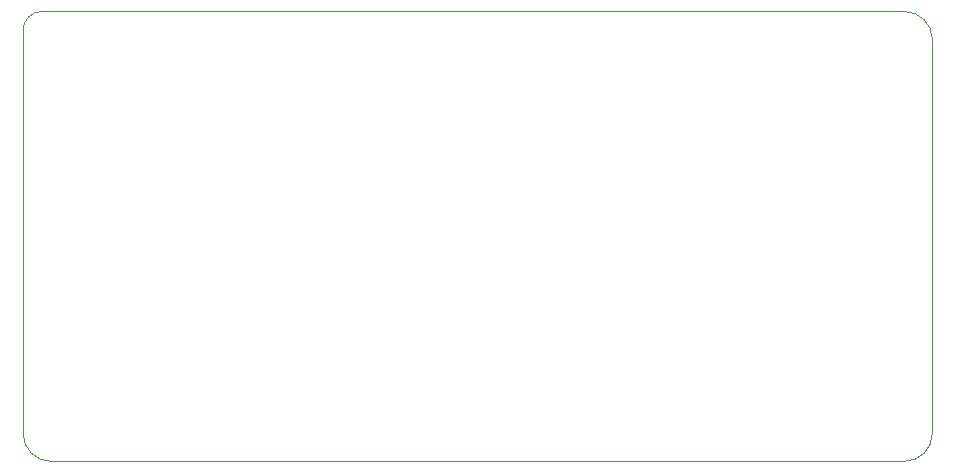
<source format=gm1>
G04 #@! TF.GenerationSoftware,KiCad,Pcbnew,(5.1.4-0-10_14)*
G04 #@! TF.CreationDate,2019-10-06T23:39:38+09:00*
G04 #@! TF.ProjectId,dombrick45,646f6d62-7269-4636-9b34-352e6b696361,rev?*
G04 #@! TF.SameCoordinates,Original*
G04 #@! TF.FileFunction,Profile,NP*
%FSLAX46Y46*%
G04 Gerber Fmt 4.6, Leading zero omitted, Abs format (unit mm)*
G04 Created by KiCad (PCBNEW (5.1.4-0-10_14)) date 2019-10-06 23:39:38*
%MOMM*%
%LPD*%
G04 APERTURE LIST*
%ADD10C,0.050000*%
G04 APERTURE END LIST*
D10*
X141287500Y-107950000D02*
X141287500Y-74612500D01*
X66675000Y-110331250D02*
X138906250Y-110331250D01*
X64293750Y-73818750D02*
X64293750Y-107950000D01*
X138906250Y-72231250D02*
X65881250Y-72231250D01*
X66675000Y-110331250D02*
G75*
G02X64293750Y-107950000I0J2381250D01*
G01*
X64293750Y-73818750D02*
G75*
G02X65881250Y-72231250I1587500J0D01*
G01*
X141287500Y-107950000D02*
G75*
G02X138906250Y-110331250I-2381250J0D01*
G01*
X138906250Y-72231250D02*
G75*
G02X141287500Y-74612500I0J-2381250D01*
G01*
M02*

</source>
